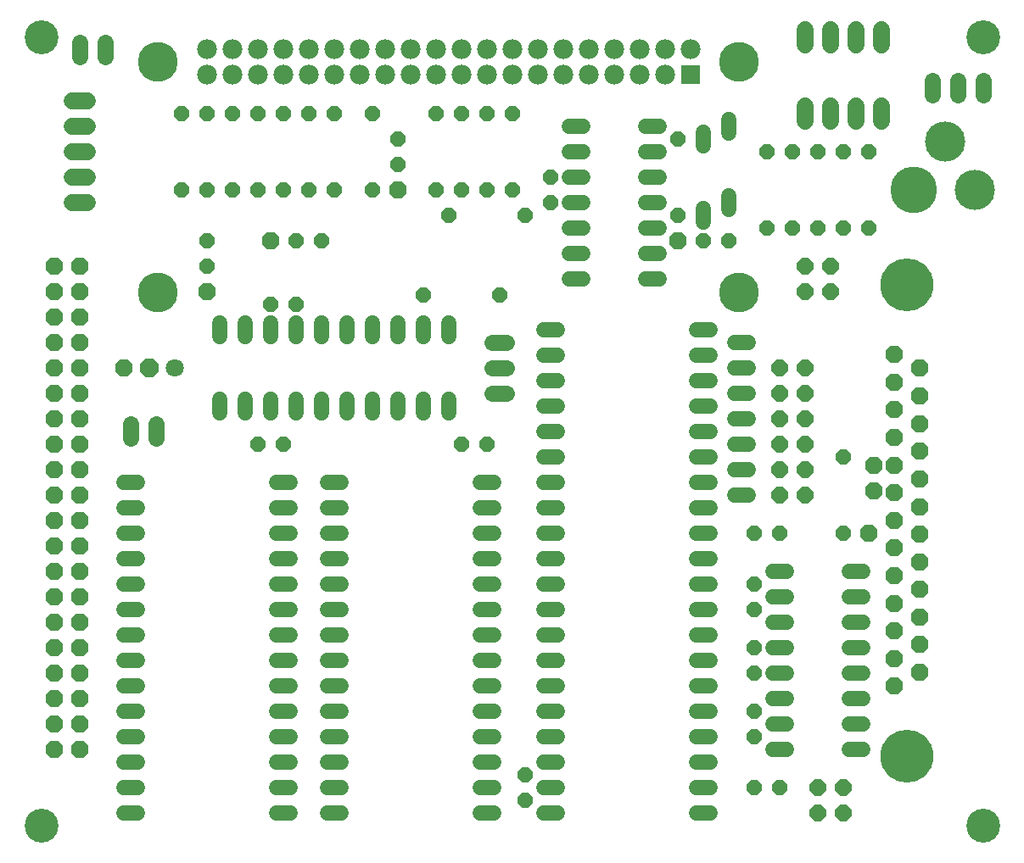
<source format=gts>
G75*
%MOIN*%
%OFA0B0*%
%FSLAX24Y24*%
%IPPOS*%
%LPD*%
%AMOC8*
5,1,8,0,0,1.08239X$1,22.5*
%
%ADD10C,0.1330*%
%ADD11OC8,0.0600*%
%ADD12C,0.0600*%
%ADD13C,0.0640*%
%ADD14OC8,0.0640*%
%ADD15C,0.0680*%
%ADD16OC8,0.0680*%
%ADD17C,0.2080*%
%ADD18R,0.0780X0.0780*%
%ADD19C,0.0780*%
%ADD20C,0.1563*%
%ADD21C,0.1830*%
%ADD22C,0.1580*%
%ADD23OC8,0.0710*%
%ADD24C,0.0710*%
D10*
X002180Y001680D03*
X039180Y001680D03*
X039180Y032680D03*
X002180Y032680D03*
D11*
X007680Y029680D03*
X008680Y029680D03*
X009680Y029680D03*
X010680Y029680D03*
X011680Y029680D03*
X012680Y029680D03*
X013680Y029680D03*
X015180Y029680D03*
X016180Y028680D03*
X016180Y027680D03*
X015180Y026680D03*
X013680Y026680D03*
X012680Y026680D03*
X011680Y026680D03*
X010680Y026680D03*
X009680Y026680D03*
X008680Y026680D03*
X007680Y026680D03*
X008680Y024680D03*
X008680Y023680D03*
X011180Y022180D03*
X012180Y022180D03*
X012180Y024680D03*
X013180Y024680D03*
X017180Y022530D03*
X020180Y022530D03*
X021180Y025680D03*
X020680Y026680D03*
X019680Y026680D03*
X018680Y026680D03*
X017680Y026680D03*
X018180Y025680D03*
X022180Y026180D03*
X022180Y027180D03*
X020680Y029680D03*
X019680Y029680D03*
X018680Y029680D03*
X017680Y029680D03*
X027180Y028680D03*
X030680Y028180D03*
X031680Y028180D03*
X032680Y028180D03*
X033680Y028180D03*
X034680Y028180D03*
X034680Y025180D03*
X033680Y025180D03*
X032680Y025180D03*
X031680Y025180D03*
X030680Y025180D03*
X029180Y024680D03*
X028180Y024680D03*
X027180Y025680D03*
X019680Y016680D03*
X018680Y016680D03*
X011680Y016680D03*
X010680Y016680D03*
X021180Y003680D03*
X021180Y002680D03*
X030180Y003180D03*
X031180Y003180D03*
X030180Y005180D03*
X030180Y006180D03*
X030180Y007680D03*
X030180Y008680D03*
X030180Y010180D03*
X030180Y011180D03*
X030180Y013180D03*
X031180Y013180D03*
X033680Y013180D03*
X033680Y016180D03*
D12*
X029940Y015680D02*
X029420Y015680D01*
X028440Y016180D02*
X027920Y016180D01*
X027920Y015180D02*
X028440Y015180D01*
X029420Y014680D02*
X029940Y014680D01*
X028440Y014180D02*
X027920Y014180D01*
X027920Y013180D02*
X028440Y013180D01*
X028440Y012180D02*
X027920Y012180D01*
X027920Y011180D02*
X028440Y011180D01*
X028440Y010180D02*
X027920Y010180D01*
X027920Y009180D02*
X028440Y009180D01*
X028440Y008180D02*
X027920Y008180D01*
X027920Y007180D02*
X028440Y007180D01*
X028440Y006180D02*
X027920Y006180D01*
X027920Y005180D02*
X028440Y005180D01*
X028440Y004180D02*
X027920Y004180D01*
X027920Y003180D02*
X028440Y003180D01*
X028440Y002180D02*
X027920Y002180D01*
X030920Y004680D02*
X031440Y004680D01*
X031440Y005680D02*
X030920Y005680D01*
X030920Y006680D02*
X031440Y006680D01*
X031440Y007680D02*
X030920Y007680D01*
X030920Y008680D02*
X031440Y008680D01*
X031440Y009680D02*
X030920Y009680D01*
X030920Y010680D02*
X031440Y010680D01*
X031440Y011680D02*
X030920Y011680D01*
X033920Y011680D02*
X034440Y011680D01*
X034440Y010680D02*
X033920Y010680D01*
X033920Y009680D02*
X034440Y009680D01*
X034440Y008680D02*
X033920Y008680D01*
X033920Y007680D02*
X034440Y007680D01*
X034440Y006680D02*
X033920Y006680D01*
X033920Y005680D02*
X034440Y005680D01*
X034440Y004680D02*
X033920Y004680D01*
X022440Y004180D02*
X021920Y004180D01*
X021920Y003180D02*
X022440Y003180D01*
X022440Y002180D02*
X021920Y002180D01*
X019940Y002180D02*
X019420Y002180D01*
X019420Y003180D02*
X019940Y003180D01*
X019940Y004180D02*
X019420Y004180D01*
X019420Y005180D02*
X019940Y005180D01*
X019940Y006180D02*
X019420Y006180D01*
X019420Y007180D02*
X019940Y007180D01*
X019940Y008180D02*
X019420Y008180D01*
X019420Y009180D02*
X019940Y009180D01*
X019940Y010180D02*
X019420Y010180D01*
X019420Y011180D02*
X019940Y011180D01*
X019940Y012180D02*
X019420Y012180D01*
X019420Y013180D02*
X019940Y013180D01*
X019940Y014180D02*
X019420Y014180D01*
X019420Y015180D02*
X019940Y015180D01*
X021920Y015180D02*
X022440Y015180D01*
X022440Y014180D02*
X021920Y014180D01*
X021920Y013180D02*
X022440Y013180D01*
X022440Y012180D02*
X021920Y012180D01*
X021920Y011180D02*
X022440Y011180D01*
X022440Y010180D02*
X021920Y010180D01*
X021920Y009180D02*
X022440Y009180D01*
X022440Y008180D02*
X021920Y008180D01*
X021920Y007180D02*
X022440Y007180D01*
X022440Y006180D02*
X021920Y006180D01*
X021920Y005180D02*
X022440Y005180D01*
X013940Y005180D02*
X013420Y005180D01*
X013420Y006180D02*
X013940Y006180D01*
X013940Y007180D02*
X013420Y007180D01*
X013420Y008180D02*
X013940Y008180D01*
X013940Y009180D02*
X013420Y009180D01*
X013420Y010180D02*
X013940Y010180D01*
X013940Y011180D02*
X013420Y011180D01*
X013420Y012180D02*
X013940Y012180D01*
X013940Y013180D02*
X013420Y013180D01*
X013420Y014180D02*
X013940Y014180D01*
X013940Y015180D02*
X013420Y015180D01*
X011940Y015180D02*
X011420Y015180D01*
X011420Y014180D02*
X011940Y014180D01*
X011940Y013180D02*
X011420Y013180D01*
X011420Y012180D02*
X011940Y012180D01*
X011940Y011180D02*
X011420Y011180D01*
X011420Y010180D02*
X011940Y010180D01*
X011940Y009180D02*
X011420Y009180D01*
X011420Y008180D02*
X011940Y008180D01*
X011940Y007180D02*
X011420Y007180D01*
X011420Y006180D02*
X011940Y006180D01*
X011940Y005180D02*
X011420Y005180D01*
X011420Y004180D02*
X011940Y004180D01*
X011940Y003180D02*
X011420Y003180D01*
X011420Y002180D02*
X011940Y002180D01*
X013420Y002180D02*
X013940Y002180D01*
X013940Y003180D02*
X013420Y003180D01*
X013420Y004180D02*
X013940Y004180D01*
X005940Y004180D02*
X005420Y004180D01*
X005420Y003180D02*
X005940Y003180D01*
X005940Y002180D02*
X005420Y002180D01*
X005420Y005180D02*
X005940Y005180D01*
X005940Y006180D02*
X005420Y006180D01*
X005420Y007180D02*
X005940Y007180D01*
X005940Y008180D02*
X005420Y008180D01*
X005420Y009180D02*
X005940Y009180D01*
X005940Y010180D02*
X005420Y010180D01*
X005420Y011180D02*
X005940Y011180D01*
X005940Y012180D02*
X005420Y012180D01*
X005420Y013180D02*
X005940Y013180D01*
X005940Y014180D02*
X005420Y014180D01*
X005420Y015180D02*
X005940Y015180D01*
X009180Y017920D02*
X009180Y018440D01*
X010180Y018440D02*
X010180Y017920D01*
X011180Y017920D02*
X011180Y018440D01*
X012180Y018440D02*
X012180Y017920D01*
X013180Y017920D02*
X013180Y018440D01*
X014180Y018440D02*
X014180Y017920D01*
X015180Y017920D02*
X015180Y018440D01*
X016180Y018440D02*
X016180Y017920D01*
X017180Y017920D02*
X017180Y018440D01*
X018180Y018440D02*
X018180Y017920D01*
X018180Y020920D02*
X018180Y021440D01*
X017180Y021440D02*
X017180Y020920D01*
X016180Y020920D02*
X016180Y021440D01*
X015180Y021440D02*
X015180Y020920D01*
X014180Y020920D02*
X014180Y021440D01*
X013180Y021440D02*
X013180Y020920D01*
X012180Y020920D02*
X012180Y021440D01*
X011180Y021440D02*
X011180Y020920D01*
X010180Y020920D02*
X010180Y021440D01*
X009180Y021440D02*
X009180Y020920D01*
X021920Y021180D02*
X022440Y021180D01*
X022440Y020180D02*
X021920Y020180D01*
X021920Y019180D02*
X022440Y019180D01*
X022440Y018180D02*
X021920Y018180D01*
X021920Y017180D02*
X022440Y017180D01*
X022440Y016180D02*
X021920Y016180D01*
X027920Y017180D02*
X028440Y017180D01*
X028440Y018180D02*
X027920Y018180D01*
X027920Y019180D02*
X028440Y019180D01*
X029420Y019680D02*
X029940Y019680D01*
X029940Y018680D02*
X029420Y018680D01*
X029420Y017680D02*
X029940Y017680D01*
X029940Y016680D02*
X029420Y016680D01*
X028440Y020180D02*
X027920Y020180D01*
X027920Y021180D02*
X028440Y021180D01*
X029420Y020680D02*
X029940Y020680D01*
X026440Y023180D02*
X025920Y023180D01*
X025920Y024180D02*
X026440Y024180D01*
X026440Y025180D02*
X025920Y025180D01*
X025920Y026180D02*
X026440Y026180D01*
X026440Y027180D02*
X025920Y027180D01*
X025920Y028180D02*
X026440Y028180D01*
X026440Y029180D02*
X025920Y029180D01*
X028180Y028940D02*
X028180Y028420D01*
X029180Y028920D02*
X029180Y029440D01*
X029180Y026440D02*
X029180Y025920D01*
X028180Y025940D02*
X028180Y025420D01*
X023440Y025180D02*
X022920Y025180D01*
X022920Y024180D02*
X023440Y024180D01*
X023440Y023180D02*
X022920Y023180D01*
X022920Y026180D02*
X023440Y026180D01*
X023440Y027180D02*
X022920Y027180D01*
X022920Y028180D02*
X023440Y028180D01*
X023440Y029180D02*
X022920Y029180D01*
D13*
X020460Y020680D02*
X019900Y020680D01*
X019900Y019680D02*
X020460Y019680D01*
X020460Y018680D02*
X019900Y018680D01*
X006680Y017460D02*
X006680Y016900D01*
X005680Y016900D02*
X005680Y017460D01*
X004680Y031900D02*
X004680Y032460D01*
X003680Y032460D02*
X003680Y031900D01*
X037180Y030960D02*
X037180Y030400D01*
X038180Y030400D02*
X038180Y030960D01*
X039180Y030960D02*
X039180Y030400D01*
D14*
X033180Y023680D03*
X033180Y022680D03*
X032180Y022680D03*
X032180Y023680D03*
X032180Y019680D03*
X032180Y018680D03*
X032180Y017680D03*
X032180Y016680D03*
X032180Y015680D03*
X032180Y014680D03*
X031180Y014680D03*
X031180Y015680D03*
X031180Y016680D03*
X031180Y017680D03*
X031180Y018680D03*
X031180Y019680D03*
X032680Y003180D03*
X033680Y003180D03*
X033680Y002180D03*
X032680Y002180D03*
D15*
X003980Y026180D02*
X003380Y026180D01*
X003380Y027180D02*
X003980Y027180D01*
X003980Y028180D02*
X003380Y028180D01*
X003380Y029180D02*
X003980Y029180D01*
X003980Y030180D02*
X003380Y030180D01*
X032180Y029980D02*
X032180Y029380D01*
X033180Y029380D02*
X033180Y029980D01*
X034180Y029980D02*
X034180Y029380D01*
X035180Y029380D02*
X035180Y029980D01*
X035180Y032380D02*
X035180Y032980D01*
X034180Y032980D02*
X034180Y032380D01*
X033180Y032380D02*
X033180Y032980D01*
X032180Y032980D02*
X032180Y032380D01*
D16*
X027180Y024680D03*
X035680Y020200D03*
X036680Y019660D03*
X035680Y019110D03*
X036680Y018570D03*
X035680Y018030D03*
X036680Y017480D03*
X035680Y016940D03*
X036680Y016400D03*
X035680Y015850D03*
X034880Y015830D03*
X034880Y014830D03*
X035680Y014770D03*
X036680Y015310D03*
X036680Y014220D03*
X035680Y013680D03*
X036680Y013140D03*
X035680Y012590D03*
X036680Y012050D03*
X035680Y011510D03*
X036680Y010960D03*
X035680Y010420D03*
X036680Y009880D03*
X035680Y009330D03*
X036680Y008790D03*
X035680Y008250D03*
X036680Y007700D03*
X035680Y007160D03*
X034680Y013180D03*
X016180Y026680D03*
X011180Y024680D03*
X008680Y022680D03*
X005430Y019680D03*
X003680Y019680D03*
X002680Y019680D03*
X002680Y018680D03*
X003680Y018680D03*
X003680Y017680D03*
X002680Y017680D03*
X002680Y016680D03*
X003680Y016680D03*
X003680Y015680D03*
X002680Y015680D03*
X002680Y014680D03*
X003680Y014680D03*
X003680Y013680D03*
X002680Y013680D03*
X002680Y012680D03*
X003680Y012680D03*
X003680Y011680D03*
X003680Y010680D03*
X002680Y010680D03*
X002680Y011680D03*
X002680Y009680D03*
X003680Y009680D03*
X003680Y008680D03*
X002680Y008680D03*
X002680Y007680D03*
X003680Y007680D03*
X003680Y006680D03*
X002680Y006680D03*
X002680Y005680D03*
X003680Y005680D03*
X003680Y004680D03*
X002680Y004680D03*
X002680Y020680D03*
X003680Y020680D03*
X003680Y021680D03*
X002680Y021680D03*
X002680Y022680D03*
X002680Y023680D03*
X003680Y023680D03*
X003680Y022680D03*
D17*
X036180Y022940D03*
X036180Y004420D03*
D18*
X027680Y031208D03*
D19*
X026680Y031208D03*
X025680Y031208D03*
X025680Y032208D03*
X026680Y032208D03*
X027680Y032208D03*
X024680Y032208D03*
X023680Y032208D03*
X022680Y032208D03*
X021680Y032208D03*
X020680Y032208D03*
X019680Y032208D03*
X018680Y032208D03*
X017680Y032208D03*
X016680Y032208D03*
X015680Y032208D03*
X014680Y032208D03*
X013680Y032208D03*
X012680Y032208D03*
X011680Y032208D03*
X010680Y032208D03*
X009680Y032208D03*
X008680Y032208D03*
X008680Y031208D03*
X009680Y031208D03*
X010680Y031208D03*
X011680Y031208D03*
X012680Y031208D03*
X013680Y031208D03*
X014680Y031208D03*
X015680Y031208D03*
X016680Y031208D03*
X017680Y031208D03*
X018680Y031208D03*
X019680Y031208D03*
X020680Y031208D03*
X021680Y031208D03*
X022680Y031208D03*
X023680Y031208D03*
X024680Y031208D03*
D20*
X029597Y031708D03*
X029597Y022652D03*
X006763Y022652D03*
X006763Y031708D03*
D21*
X036460Y026680D03*
D22*
X038861Y026680D03*
X037680Y028570D03*
D23*
X006430Y019680D03*
D24*
X007430Y019680D03*
M02*

</source>
